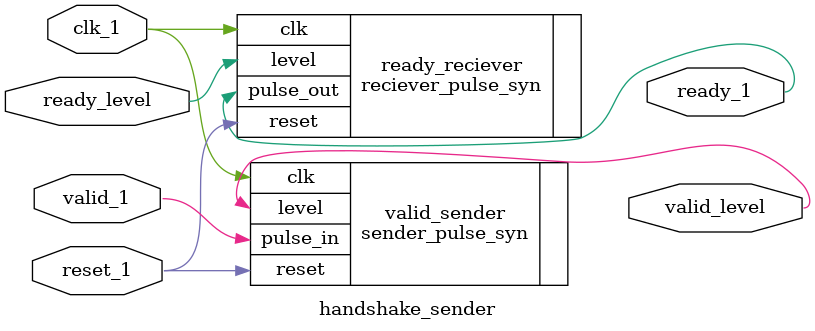
<source format=sv>
module handshake_reciever(
    input        clk_2,
    input        reset_2,
    input        [7:0] data_1,
    output logic [7:0] data_2,
    input        ready_2,
    output logic ready_level,
    input        valid_level,
    output logic valid_2
    );

    logic ready_pulse_2;
    logic valid_pulse_2;
    logic [7:0] data_reg;

    assign data_2 = data_reg;
    assign ready_pulse_2 = ready_2 & valid_2;

    sender_pulse_syn ready_sender(
        .clk(clk_2),
        .reset(reset_2),
        .pulse_in(ready_pulse_2),
        .level(ready_level)
    );
    reciever_pulse_syn valid_reciever(
        .clk(clk_2),
        .reset(reset_2),
        .level(valid_level),
        .pulse_out(valid_pulse_2)
    );

    always_ff @(posedge clk_2, posedge reset_2)
    begin
        if(reset_2==1)
        begin
            valid_2     <= 0;
            data_reg    <= 0;
        end
        else
        begin
            if (valid_pulse_2 == 1)
            begin
                valid_2 <= 1'b1;
                data_reg<= data_1;
            end
            else
            begin
                data_reg <= data_reg;
                if (ready_2 == 1)
                    valid_2  <= 1'b0;
                else
                    valid_2  <= valid_2;
            end
        end
    end
endmodule

module handshake_sender(
    input        clk_1,
    input        reset_1,
    input        valid_1,
    output logic valid_level,
    input        ready_level,
    output logic ready_1
    //input  [7:0] data_in,
    //output logic [7:0] data_out
);
    //assign data_out = data_in; //if circuit layout has limitation, use this
    sender_pulse_syn valid_sender(
        .clk(clk_1),
        .reset(reset_1),
        .pulse_in(valid_1),
        .level(valid_level)
    );
    reciever_pulse_syn ready_reciever(
        .clk(clk_1),
        .reset(reset_1),
        .level(ready_level),
        .pulse_out(ready_1)
    );

endmodule
</source>
